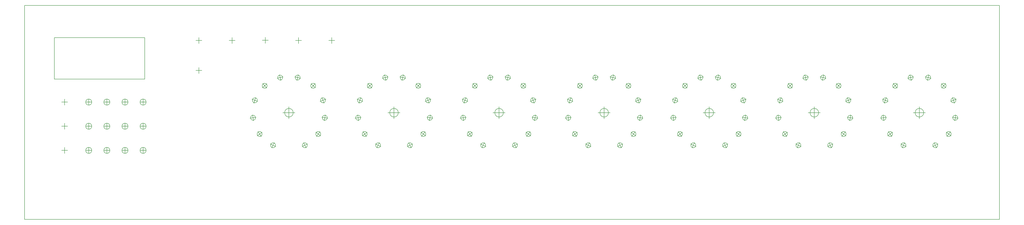
<source format=gbr>
G04 #@! TF.FileFunction,Other,ECO1*
%FSLAX46Y46*%
G04 Gerber Fmt 4.6, Leading zero omitted, Abs format (unit mm)*
G04 Created by KiCad (PCBNEW 4.0.7-e0-6372~58~ubuntu16.10.1) date Thu Feb 21 11:46:00 2019*
%MOMM*%
%LPD*%
G01*
G04 APERTURE LIST*
%ADD10C,0.150000*%
%ADD11C,0.200000*%
G04 APERTURE END LIST*
D10*
D11*
X407000000Y-87000000D02*
X400000000Y-87000000D01*
X407000000Y3000000D02*
X407000000Y-87000000D01*
X-3000000Y-87000000D02*
X400000000Y-87000000D01*
X-3000000Y-84000000D02*
X-3000000Y-87000000D01*
X-3000000Y3000000D02*
X-3000000Y-84000000D01*
X407000000Y3000000D02*
X-3000000Y3000000D01*
X9500000Y-28000000D02*
X9500000Y-10500000D01*
X47500000Y-28000000D02*
X9500000Y-28000000D01*
X47500000Y-10500000D02*
X47500000Y-28000000D01*
X9500000Y-10500000D02*
X47500000Y-10500000D01*
D10*
X13804900Y-57962800D02*
X15074900Y-57962800D01*
X13804900Y-57962800D02*
X13804900Y-59232800D01*
X13804900Y-57962800D02*
X12534900Y-57962800D01*
X13804900Y-57962800D02*
X13804900Y-56692800D01*
X13804900Y-47802800D02*
X15074900Y-47802800D01*
X13804900Y-47802800D02*
X13804900Y-49072800D01*
X13804900Y-47802800D02*
X12534900Y-47802800D01*
X13804900Y-47802800D02*
X13804900Y-46532800D01*
X13804900Y-37642800D02*
X15074900Y-37642800D01*
X13804900Y-37642800D02*
X13804900Y-38912800D01*
X13804900Y-37642800D02*
X12534900Y-37642800D01*
X13804900Y-37642800D02*
X13804900Y-36372800D01*
X112229900Y-11734800D02*
X112229900Y-13004800D01*
X112229900Y-11734800D02*
X110959900Y-11734800D01*
X112229900Y-11734800D02*
X112229900Y-10464800D01*
X112229900Y-11734800D02*
X113499900Y-11734800D01*
X126199900Y-11734800D02*
X126199900Y-13004800D01*
X126199900Y-11734800D02*
X124929900Y-11734800D01*
X126199900Y-11734800D02*
X126199900Y-10464800D01*
X126199900Y-11734800D02*
X127469900Y-11734800D01*
X84289900Y-11734800D02*
X84289900Y-13004800D01*
X84289900Y-11734800D02*
X83019900Y-11734800D01*
X84289900Y-11734800D02*
X84289900Y-10464800D01*
X84289900Y-11734800D02*
X85559900Y-11734800D01*
X98259900Y-11607800D02*
X98259900Y-12877800D01*
X98259900Y-11607800D02*
X96989900Y-11607800D01*
X98259900Y-11607800D02*
X98259900Y-10337800D01*
X98259900Y-11607800D02*
X99529900Y-11607800D01*
X70319900Y-11734800D02*
X71589900Y-11734800D01*
X70319900Y-11734800D02*
X70319900Y-13004800D01*
X70319900Y-11734800D02*
X69049900Y-11734800D01*
X70319900Y-11734800D02*
X70319900Y-10464800D01*
X70319900Y-24307800D02*
X71589900Y-24307800D01*
X70319900Y-24307800D02*
X70319900Y-25577800D01*
X70319900Y-24307800D02*
X69049900Y-24307800D01*
X70319900Y-24307800D02*
X70319900Y-23037800D01*
X373341900Y-42113200D02*
X370801900Y-42113200D01*
X373341900Y-42113200D02*
X375881900Y-42113200D01*
X373341900Y-42113200D02*
X373341900Y-44653200D01*
X373341900Y-42113200D02*
X373341900Y-39573200D01*
X375137951Y-42113200D02*
G75*
G03X375137951Y-42113200I-1796051J0D01*
G01*
X329145900Y-42113200D02*
X326605900Y-42113200D01*
X329145900Y-42113200D02*
X331685900Y-42113200D01*
X329145900Y-42113200D02*
X329145900Y-44653200D01*
X329145900Y-42113200D02*
X329145900Y-39573200D01*
X330941951Y-42113200D02*
G75*
G03X330941951Y-42113200I-1796051J0D01*
G01*
X284949900Y-42113200D02*
X282409900Y-42113200D01*
X284949900Y-42113200D02*
X287489900Y-42113200D01*
X284949900Y-42113200D02*
X284949900Y-44653200D01*
X284949900Y-42113200D02*
X284949900Y-39573200D01*
X286745951Y-42113200D02*
G75*
G03X286745951Y-42113200I-1796051J0D01*
G01*
X240753900Y-42113200D02*
X238213900Y-42113200D01*
X240753900Y-42113200D02*
X243293900Y-42113200D01*
X240753900Y-42113200D02*
X240753900Y-44653200D01*
X240753900Y-42113200D02*
X240753900Y-39573200D01*
X242549951Y-42113200D02*
G75*
G03X242549951Y-42113200I-1796051J0D01*
G01*
X196557900Y-42113200D02*
X194017900Y-42113200D01*
X196557900Y-42113200D02*
X199097900Y-42113200D01*
X196557900Y-42113200D02*
X196557900Y-44653200D01*
X196557900Y-42113200D02*
X196557900Y-39573200D01*
X198353951Y-42113200D02*
G75*
G03X198353951Y-42113200I-1796051J0D01*
G01*
X152361900Y-42113200D02*
X149821900Y-42113200D01*
X152361900Y-42113200D02*
X154901900Y-42113200D01*
X152361900Y-42113200D02*
X152361900Y-44653200D01*
X152361900Y-42113200D02*
X152361900Y-39573200D01*
X154157951Y-42113200D02*
G75*
G03X154157951Y-42113200I-1796051J0D01*
G01*
X108165900Y-42113200D02*
X105625900Y-42113200D01*
X108165900Y-42113200D02*
X110705900Y-42113200D01*
X108165900Y-42113200D02*
X108165900Y-44653200D01*
X108165900Y-42113200D02*
X108165900Y-39573200D01*
X109961951Y-42113200D02*
G75*
G03X109961951Y-42113200I-1796051J0D01*
G01*
X93074215Y-44234198D02*
X91816574Y-44410948D01*
X93074215Y-44234198D02*
X93250964Y-45491839D01*
X93074215Y-44234198D02*
X94331855Y-44057448D01*
X93074215Y-44234198D02*
X92897465Y-42976558D01*
X92897465Y-42976558D02*
X93074215Y-44234198D01*
X94103620Y-44234198D02*
G75*
G03X94103620Y-44234198I-1029405J0D01*
G01*
X111852790Y-27325893D02*
X112160030Y-26093618D01*
X111852790Y-27325893D02*
X110620514Y-27018652D01*
X111852790Y-27325893D02*
X111545549Y-28558169D01*
X111852790Y-27325893D02*
X113085065Y-27633134D01*
X113085065Y-27633134D02*
X111852790Y-27325893D01*
X112882195Y-27325893D02*
G75*
G03X112882195Y-27325893I-1029405J0D01*
G01*
X104479010Y-27325893D02*
X104171770Y-26093618D01*
X104479010Y-27325893D02*
X103246735Y-27633134D01*
X104479010Y-27325893D02*
X104786251Y-28558169D01*
X104479010Y-27325893D02*
X105711286Y-27018652D01*
X105711286Y-27018652D02*
X104479010Y-27325893D01*
X105508416Y-27325893D02*
G75*
G03X105508416Y-27325893I-1029406J0D01*
G01*
X97968350Y-30787673D02*
X97118554Y-29843879D01*
X97968350Y-30787673D02*
X97024556Y-31637469D01*
X97968350Y-30787673D02*
X98818145Y-31731467D01*
X97968350Y-30787673D02*
X98912143Y-29937877D01*
X98912143Y-29937877D02*
X97968350Y-30787673D01*
X98997755Y-30787673D02*
G75*
G03X98997755Y-30787673I-1029405J0D01*
G01*
X93844984Y-36900813D02*
X92651575Y-36466447D01*
X93844984Y-36900813D02*
X93410619Y-38094223D01*
X93844984Y-36900813D02*
X95038394Y-37335179D01*
X93844984Y-36900813D02*
X94279350Y-35707403D01*
X94279350Y-35707403D02*
X93844984Y-36900813D01*
X94874390Y-36900813D02*
G75*
G03X94874390Y-36900813I-1029406J0D01*
G01*
X344237585Y-44234198D02*
X345495226Y-44410948D01*
X344237585Y-44234198D02*
X344414335Y-42976558D01*
X344237585Y-44234198D02*
X342979945Y-44057448D01*
X344237585Y-44234198D02*
X344060836Y-45491839D01*
X344060836Y-45491839D02*
X344237585Y-44234198D01*
X345266990Y-44234198D02*
G75*
G03X345266990Y-44234198I-1029405J0D01*
G01*
X343466816Y-36900813D02*
X344660225Y-36466447D01*
X343466816Y-36900813D02*
X343032450Y-35707403D01*
X343466816Y-36900813D02*
X342273406Y-37335179D01*
X343466816Y-36900813D02*
X343901181Y-38094223D01*
X343901181Y-38094223D02*
X343466816Y-36900813D01*
X344496221Y-36900813D02*
G75*
G03X344496221Y-36900813I-1029405J0D01*
G01*
X363144350Y-30787673D02*
X362294554Y-29843879D01*
X363144350Y-30787673D02*
X362200556Y-31637469D01*
X363144350Y-30787673D02*
X363994145Y-31731467D01*
X363144350Y-30787673D02*
X364088143Y-29937877D01*
X364088143Y-29937877D02*
X363144350Y-30787673D01*
X364173755Y-30787673D02*
G75*
G03X364173755Y-30787673I-1029405J0D01*
G01*
X369655010Y-27325893D02*
X369347770Y-26093618D01*
X369655010Y-27325893D02*
X368422735Y-27633134D01*
X369655010Y-27325893D02*
X369962251Y-28558169D01*
X369655010Y-27325893D02*
X370887286Y-27018652D01*
X370887286Y-27018652D02*
X369655010Y-27325893D01*
X370684416Y-27325893D02*
G75*
G03X370684416Y-27325893I-1029406J0D01*
G01*
X377028790Y-27325893D02*
X377336030Y-26093618D01*
X377028790Y-27325893D02*
X375796514Y-27018652D01*
X377028790Y-27325893D02*
X376721549Y-28558169D01*
X377028790Y-27325893D02*
X378261065Y-27633134D01*
X378261065Y-27633134D02*
X377028790Y-27325893D01*
X378058195Y-27325893D02*
G75*
G03X378058195Y-27325893I-1029405J0D01*
G01*
X383539450Y-30787673D02*
X384389246Y-29843879D01*
X383539450Y-30787673D02*
X382595657Y-29937877D01*
X383539450Y-30787673D02*
X382689655Y-31731467D01*
X383539450Y-30787673D02*
X384483244Y-31637469D01*
X384483244Y-31637469D02*
X383539450Y-30787673D01*
X384568856Y-30787673D02*
G75*
G03X384568856Y-30787673I-1029406J0D01*
G01*
X387662816Y-36900813D02*
X388856225Y-36466447D01*
X387662816Y-36900813D02*
X387228450Y-35707403D01*
X387662816Y-36900813D02*
X386469406Y-37335179D01*
X387662816Y-36900813D02*
X388097181Y-38094223D01*
X388097181Y-38094223D02*
X387662816Y-36900813D01*
X388692221Y-36900813D02*
G75*
G03X388692221Y-36900813I-1029405J0D01*
G01*
X388433585Y-44234198D02*
X389691226Y-44410948D01*
X388433585Y-44234198D02*
X388610335Y-42976558D01*
X388433585Y-44234198D02*
X387175945Y-44057448D01*
X388433585Y-44234198D02*
X388256836Y-45491839D01*
X388256836Y-45491839D02*
X388433585Y-44234198D01*
X389462990Y-44234198D02*
G75*
G03X389462990Y-44234198I-1029405J0D01*
G01*
X299270816Y-36900813D02*
X300464225Y-36466447D01*
X299270816Y-36900813D02*
X298836450Y-35707403D01*
X299270816Y-36900813D02*
X298077406Y-37335179D01*
X299270816Y-36900813D02*
X299705181Y-38094223D01*
X299705181Y-38094223D02*
X299270816Y-36900813D01*
X300300221Y-36900813D02*
G75*
G03X300300221Y-36900813I-1029405J0D01*
G01*
X300041585Y-44234198D02*
X301299226Y-44410948D01*
X300041585Y-44234198D02*
X300218335Y-42976558D01*
X300041585Y-44234198D02*
X298783945Y-44057448D01*
X300041585Y-44234198D02*
X299864836Y-45491839D01*
X299864836Y-45491839D02*
X300041585Y-44234198D01*
X301070990Y-44234198D02*
G75*
G03X301070990Y-44234198I-1029405J0D01*
G01*
X358250215Y-44234198D02*
X356992574Y-44410948D01*
X358250215Y-44234198D02*
X358426964Y-45491839D01*
X358250215Y-44234198D02*
X359507855Y-44057448D01*
X358250215Y-44234198D02*
X358073465Y-42976558D01*
X358073465Y-42976558D02*
X358250215Y-44234198D01*
X359279620Y-44234198D02*
G75*
G03X359279620Y-44234198I-1029405J0D01*
G01*
X359020984Y-36900813D02*
X357827575Y-36466447D01*
X359020984Y-36900813D02*
X358586619Y-38094223D01*
X359020984Y-36900813D02*
X360214394Y-37335179D01*
X359020984Y-36900813D02*
X359455350Y-35707403D01*
X359455350Y-35707403D02*
X359020984Y-36900813D01*
X360050390Y-36900813D02*
G75*
G03X360050390Y-36900813I-1029406J0D01*
G01*
X225662215Y-44234198D02*
X224404574Y-44410948D01*
X225662215Y-44234198D02*
X225838964Y-45491839D01*
X225662215Y-44234198D02*
X226919855Y-44057448D01*
X225662215Y-44234198D02*
X225485465Y-42976558D01*
X225485465Y-42976558D02*
X225662215Y-44234198D01*
X226691620Y-44234198D02*
G75*
G03X226691620Y-44234198I-1029405J0D01*
G01*
X226432984Y-36900813D02*
X225239575Y-36466447D01*
X226432984Y-36900813D02*
X225998619Y-38094223D01*
X226432984Y-36900813D02*
X227626394Y-37335179D01*
X226432984Y-36900813D02*
X226867350Y-35707403D01*
X226867350Y-35707403D02*
X226432984Y-36900813D01*
X227462390Y-36900813D02*
G75*
G03X227462390Y-36900813I-1029406J0D01*
G01*
X237067010Y-27325893D02*
X236759770Y-26093618D01*
X237067010Y-27325893D02*
X235834735Y-27633134D01*
X237067010Y-27325893D02*
X237374251Y-28558169D01*
X237067010Y-27325893D02*
X238299286Y-27018652D01*
X238299286Y-27018652D02*
X237067010Y-27325893D01*
X238096416Y-27325893D02*
G75*
G03X238096416Y-27325893I-1029406J0D01*
G01*
X255074816Y-36900813D02*
X256268225Y-36466447D01*
X255074816Y-36900813D02*
X254640450Y-35707403D01*
X255074816Y-36900813D02*
X253881406Y-37335179D01*
X255074816Y-36900813D02*
X255509181Y-38094223D01*
X255509181Y-38094223D02*
X255074816Y-36900813D01*
X256104221Y-36900813D02*
G75*
G03X256104221Y-36900813I-1029405J0D01*
G01*
X244440790Y-27325893D02*
X244748030Y-26093618D01*
X244440790Y-27325893D02*
X243208514Y-27018652D01*
X244440790Y-27325893D02*
X244133549Y-28558169D01*
X244440790Y-27325893D02*
X245673065Y-27633134D01*
X245673065Y-27633134D02*
X244440790Y-27325893D01*
X245470195Y-27325893D02*
G75*
G03X245470195Y-27325893I-1029405J0D01*
G01*
X250951450Y-30787673D02*
X251801246Y-29843879D01*
X250951450Y-30787673D02*
X250007657Y-29937877D01*
X250951450Y-30787673D02*
X250101655Y-31731467D01*
X250951450Y-30787673D02*
X251895244Y-31637469D01*
X251895244Y-31637469D02*
X250951450Y-30787673D01*
X251980856Y-30787673D02*
G75*
G03X251980856Y-30787673I-1029406J0D01*
G01*
X148675010Y-27325893D02*
X148367770Y-26093618D01*
X148675010Y-27325893D02*
X147442735Y-27633134D01*
X148675010Y-27325893D02*
X148982251Y-28558169D01*
X148675010Y-27325893D02*
X149907286Y-27018652D01*
X149907286Y-27018652D02*
X148675010Y-27325893D01*
X149704416Y-27325893D02*
G75*
G03X149704416Y-27325893I-1029406J0D01*
G01*
X156048790Y-27325893D02*
X156356030Y-26093618D01*
X156048790Y-27325893D02*
X154816514Y-27018652D01*
X156048790Y-27325893D02*
X155741549Y-28558169D01*
X156048790Y-27325893D02*
X157281065Y-27633134D01*
X157281065Y-27633134D02*
X156048790Y-27325893D01*
X157078195Y-27325893D02*
G75*
G03X157078195Y-27325893I-1029405J0D01*
G01*
X162559450Y-30787673D02*
X163409246Y-29843879D01*
X162559450Y-30787673D02*
X161615657Y-29937877D01*
X162559450Y-30787673D02*
X161709655Y-31731467D01*
X162559450Y-30787673D02*
X163503244Y-31637469D01*
X163503244Y-31637469D02*
X162559450Y-30787673D01*
X163588856Y-30787673D02*
G75*
G03X163588856Y-30787673I-1029406J0D01*
G01*
X166682816Y-36900813D02*
X167876225Y-36466447D01*
X166682816Y-36900813D02*
X166248450Y-35707403D01*
X166682816Y-36900813D02*
X165489406Y-37335179D01*
X166682816Y-36900813D02*
X167117181Y-38094223D01*
X167117181Y-38094223D02*
X166682816Y-36900813D01*
X167712221Y-36900813D02*
G75*
G03X167712221Y-36900813I-1029405J0D01*
G01*
X167453585Y-44234198D02*
X168711226Y-44410948D01*
X167453585Y-44234198D02*
X167630335Y-42976558D01*
X167453585Y-44234198D02*
X166195945Y-44057448D01*
X167453585Y-44234198D02*
X167276836Y-45491839D01*
X167276836Y-45491839D02*
X167453585Y-44234198D01*
X168482990Y-44234198D02*
G75*
G03X168482990Y-44234198I-1029405J0D01*
G01*
X142164350Y-30787673D02*
X141314554Y-29843879D01*
X142164350Y-30787673D02*
X141220556Y-31637469D01*
X142164350Y-30787673D02*
X143014145Y-31731467D01*
X142164350Y-30787673D02*
X143108143Y-29937877D01*
X143108143Y-29937877D02*
X142164350Y-30787673D01*
X143193755Y-30787673D02*
G75*
G03X143193755Y-30787673I-1029405J0D01*
G01*
X200244790Y-27325893D02*
X200552030Y-26093618D01*
X200244790Y-27325893D02*
X199012514Y-27018652D01*
X200244790Y-27325893D02*
X199937549Y-28558169D01*
X200244790Y-27325893D02*
X201477065Y-27633134D01*
X201477065Y-27633134D02*
X200244790Y-27325893D01*
X201274195Y-27325893D02*
G75*
G03X201274195Y-27325893I-1029405J0D01*
G01*
X206755450Y-30787673D02*
X207605246Y-29843879D01*
X206755450Y-30787673D02*
X205811657Y-29937877D01*
X206755450Y-30787673D02*
X205905655Y-31731467D01*
X206755450Y-30787673D02*
X207699244Y-31637469D01*
X207699244Y-31637469D02*
X206755450Y-30787673D01*
X207784856Y-30787673D02*
G75*
G03X207784856Y-30787673I-1029406J0D01*
G01*
X138040984Y-36900813D02*
X136847575Y-36466447D01*
X138040984Y-36900813D02*
X137606619Y-38094223D01*
X138040984Y-36900813D02*
X139234394Y-37335179D01*
X138040984Y-36900813D02*
X138475350Y-35707403D01*
X138475350Y-35707403D02*
X138040984Y-36900813D01*
X139070390Y-36900813D02*
G75*
G03X139070390Y-36900813I-1029406J0D01*
G01*
X210878816Y-36900813D02*
X212072225Y-36466447D01*
X210878816Y-36900813D02*
X210444450Y-35707403D01*
X210878816Y-36900813D02*
X209685406Y-37335179D01*
X210878816Y-36900813D02*
X211313181Y-38094223D01*
X211313181Y-38094223D02*
X210878816Y-36900813D01*
X211908221Y-36900813D02*
G75*
G03X211908221Y-36900813I-1029405J0D01*
G01*
X295147450Y-30787673D02*
X295997246Y-29843879D01*
X295147450Y-30787673D02*
X294203657Y-29937877D01*
X295147450Y-30787673D02*
X294297655Y-31731467D01*
X295147450Y-30787673D02*
X296091244Y-31637469D01*
X296091244Y-31637469D02*
X295147450Y-30787673D01*
X296176856Y-30787673D02*
G75*
G03X296176856Y-30787673I-1029406J0D01*
G01*
X269858215Y-44234198D02*
X268600574Y-44410948D01*
X269858215Y-44234198D02*
X270034964Y-45491839D01*
X269858215Y-44234198D02*
X271115855Y-44057448D01*
X269858215Y-44234198D02*
X269681465Y-42976558D01*
X269681465Y-42976558D02*
X269858215Y-44234198D01*
X270887620Y-44234198D02*
G75*
G03X270887620Y-44234198I-1029405J0D01*
G01*
X270628984Y-36900813D02*
X269435575Y-36466447D01*
X270628984Y-36900813D02*
X270194619Y-38094223D01*
X270628984Y-36900813D02*
X271822394Y-37335179D01*
X270628984Y-36900813D02*
X271063350Y-35707403D01*
X271063350Y-35707403D02*
X270628984Y-36900813D01*
X271658390Y-36900813D02*
G75*
G03X271658390Y-36900813I-1029406J0D01*
G01*
X274752350Y-30787673D02*
X273902554Y-29843879D01*
X274752350Y-30787673D02*
X273808556Y-31637469D01*
X274752350Y-30787673D02*
X275602145Y-31731467D01*
X274752350Y-30787673D02*
X275696143Y-29937877D01*
X275696143Y-29937877D02*
X274752350Y-30787673D01*
X275781755Y-30787673D02*
G75*
G03X275781755Y-30787673I-1029405J0D01*
G01*
X137270215Y-44234198D02*
X136012574Y-44410948D01*
X137270215Y-44234198D02*
X137446964Y-45491839D01*
X137270215Y-44234198D02*
X138527855Y-44057448D01*
X137270215Y-44234198D02*
X137093465Y-42976558D01*
X137093465Y-42976558D02*
X137270215Y-44234198D01*
X138299620Y-44234198D02*
G75*
G03X138299620Y-44234198I-1029405J0D01*
G01*
X281263010Y-27325893D02*
X280955770Y-26093618D01*
X281263010Y-27325893D02*
X280030735Y-27633134D01*
X281263010Y-27325893D02*
X281570251Y-28558169D01*
X281263010Y-27325893D02*
X282495286Y-27018652D01*
X282495286Y-27018652D02*
X281263010Y-27325893D01*
X282292416Y-27325893D02*
G75*
G03X282292416Y-27325893I-1029406J0D01*
G01*
X288636790Y-27325893D02*
X288944030Y-26093618D01*
X288636790Y-27325893D02*
X287404514Y-27018652D01*
X288636790Y-27325893D02*
X288329549Y-28558169D01*
X288636790Y-27325893D02*
X289869065Y-27633134D01*
X289869065Y-27633134D02*
X288636790Y-27325893D01*
X289666195Y-27325893D02*
G75*
G03X289666195Y-27325893I-1029405J0D01*
G01*
X211649585Y-44234198D02*
X212907226Y-44410948D01*
X211649585Y-44234198D02*
X211826335Y-42976558D01*
X211649585Y-44234198D02*
X210391945Y-44057448D01*
X211649585Y-44234198D02*
X211472836Y-45491839D01*
X211472836Y-45491839D02*
X211649585Y-44234198D01*
X212678990Y-44234198D02*
G75*
G03X212678990Y-44234198I-1029405J0D01*
G01*
X332832790Y-27325893D02*
X333140030Y-26093618D01*
X332832790Y-27325893D02*
X331600514Y-27018652D01*
X332832790Y-27325893D02*
X332525549Y-28558169D01*
X332832790Y-27325893D02*
X334065065Y-27633134D01*
X334065065Y-27633134D02*
X332832790Y-27325893D01*
X333862195Y-27325893D02*
G75*
G03X333862195Y-27325893I-1029405J0D01*
G01*
X255845585Y-44234198D02*
X257103226Y-44410948D01*
X255845585Y-44234198D02*
X256022335Y-42976558D01*
X255845585Y-44234198D02*
X254587945Y-44057448D01*
X255845585Y-44234198D02*
X255668836Y-45491839D01*
X255668836Y-45491839D02*
X255845585Y-44234198D01*
X256874990Y-44234198D02*
G75*
G03X256874990Y-44234198I-1029405J0D01*
G01*
X186360350Y-30787673D02*
X185510554Y-29843879D01*
X186360350Y-30787673D02*
X185416556Y-31637469D01*
X186360350Y-30787673D02*
X187210145Y-31731467D01*
X186360350Y-30787673D02*
X187304143Y-29937877D01*
X187304143Y-29937877D02*
X186360350Y-30787673D01*
X187389755Y-30787673D02*
G75*
G03X187389755Y-30787673I-1029405J0D01*
G01*
X314054215Y-44234198D02*
X312796574Y-44410948D01*
X314054215Y-44234198D02*
X314230964Y-45491839D01*
X314054215Y-44234198D02*
X315311855Y-44057448D01*
X314054215Y-44234198D02*
X313877465Y-42976558D01*
X313877465Y-42976558D02*
X314054215Y-44234198D01*
X315083620Y-44234198D02*
G75*
G03X315083620Y-44234198I-1029405J0D01*
G01*
X339343450Y-30787673D02*
X340193246Y-29843879D01*
X339343450Y-30787673D02*
X338399657Y-29937877D01*
X339343450Y-30787673D02*
X338493655Y-31731467D01*
X339343450Y-30787673D02*
X340287244Y-31637469D01*
X340287244Y-31637469D02*
X339343450Y-30787673D01*
X340372856Y-30787673D02*
G75*
G03X340372856Y-30787673I-1029406J0D01*
G01*
X314824984Y-36900813D02*
X313631575Y-36466447D01*
X314824984Y-36900813D02*
X314390619Y-38094223D01*
X314824984Y-36900813D02*
X316018394Y-37335179D01*
X314824984Y-36900813D02*
X315259350Y-35707403D01*
X315259350Y-35707403D02*
X314824984Y-36900813D01*
X315854390Y-36900813D02*
G75*
G03X315854390Y-36900813I-1029406J0D01*
G01*
X318948350Y-30787673D02*
X318098554Y-29843879D01*
X318948350Y-30787673D02*
X318004556Y-31637469D01*
X318948350Y-30787673D02*
X319798145Y-31731467D01*
X318948350Y-30787673D02*
X319892143Y-29937877D01*
X319892143Y-29937877D02*
X318948350Y-30787673D01*
X319977755Y-30787673D02*
G75*
G03X319977755Y-30787673I-1029405J0D01*
G01*
X325459010Y-27325893D02*
X325151770Y-26093618D01*
X325459010Y-27325893D02*
X324226735Y-27633134D01*
X325459010Y-27325893D02*
X325766251Y-28558169D01*
X325459010Y-27325893D02*
X326691286Y-27018652D01*
X326691286Y-27018652D02*
X325459010Y-27325893D01*
X326488416Y-27325893D02*
G75*
G03X326488416Y-27325893I-1029406J0D01*
G01*
X230556350Y-30787673D02*
X229706554Y-29843879D01*
X230556350Y-30787673D02*
X229612556Y-31637469D01*
X230556350Y-30787673D02*
X231406145Y-31731467D01*
X230556350Y-30787673D02*
X231500143Y-29937877D01*
X231500143Y-29937877D02*
X230556350Y-30787673D01*
X231585755Y-30787673D02*
G75*
G03X231585755Y-30787673I-1029405J0D01*
G01*
X118363450Y-30787673D02*
X119213246Y-29843879D01*
X118363450Y-30787673D02*
X117419657Y-29937877D01*
X118363450Y-30787673D02*
X117513655Y-31731467D01*
X118363450Y-30787673D02*
X119307244Y-31637469D01*
X119307244Y-31637469D02*
X118363450Y-30787673D01*
X119392856Y-30787673D02*
G75*
G03X119392856Y-30787673I-1029406J0D01*
G01*
X122486816Y-36900813D02*
X123680225Y-36466447D01*
X122486816Y-36900813D02*
X122052450Y-35707403D01*
X122486816Y-36900813D02*
X121293406Y-37335179D01*
X122486816Y-36900813D02*
X122921181Y-38094223D01*
X122921181Y-38094223D02*
X122486816Y-36900813D01*
X123516221Y-36900813D02*
G75*
G03X123516221Y-36900813I-1029405J0D01*
G01*
X123257585Y-44234198D02*
X124515226Y-44410948D01*
X123257585Y-44234198D02*
X123434335Y-42976558D01*
X123257585Y-44234198D02*
X121999945Y-44057448D01*
X123257585Y-44234198D02*
X123080836Y-45491839D01*
X123080836Y-45491839D02*
X123257585Y-44234198D01*
X124286990Y-44234198D02*
G75*
G03X124286990Y-44234198I-1029405J0D01*
G01*
X181466215Y-44234198D02*
X180208574Y-44410948D01*
X181466215Y-44234198D02*
X181642964Y-45491839D01*
X181466215Y-44234198D02*
X182723855Y-44057448D01*
X181466215Y-44234198D02*
X181289465Y-42976558D01*
X181289465Y-42976558D02*
X181466215Y-44234198D01*
X182495620Y-44234198D02*
G75*
G03X182495620Y-44234198I-1029405J0D01*
G01*
X182236984Y-36900813D02*
X181043575Y-36466447D01*
X182236984Y-36900813D02*
X181802619Y-38094223D01*
X182236984Y-36900813D02*
X183430394Y-37335179D01*
X182236984Y-36900813D02*
X182671350Y-35707403D01*
X182671350Y-35707403D02*
X182236984Y-36900813D01*
X183266390Y-36900813D02*
G75*
G03X183266390Y-36900813I-1029406J0D01*
G01*
X192871010Y-27325893D02*
X192563770Y-26093618D01*
X192871010Y-27325893D02*
X191638735Y-27633134D01*
X192871010Y-27325893D02*
X193178251Y-28558169D01*
X192871010Y-27325893D02*
X194103286Y-27018652D01*
X194103286Y-27018652D02*
X192871010Y-27325893D01*
X193900416Y-27325893D02*
G75*
G03X193900416Y-27325893I-1029406J0D01*
G01*
X247434676Y-55810821D02*
X246877945Y-54669353D01*
X247434676Y-55810821D02*
X246293208Y-56367553D01*
X247434676Y-55810821D02*
X248576145Y-55254090D01*
X247434676Y-55810821D02*
X247991408Y-56952290D01*
X248464082Y-55810821D02*
G75*
G03X248464082Y-55810821I-1029406J0D01*
G01*
X335826676Y-55810821D02*
X335269945Y-54669353D01*
X335826676Y-55810821D02*
X334685208Y-56367553D01*
X335826676Y-55810821D02*
X336968145Y-55254090D01*
X335826676Y-55810821D02*
X336383408Y-56952290D01*
X336856082Y-55810821D02*
G75*
G03X336856082Y-55810821I-1029406J0D01*
G01*
X341475319Y-51071047D02*
X340447867Y-50324560D01*
X341475319Y-51071047D02*
X340728832Y-52098499D01*
X341475319Y-51071047D02*
X342221806Y-50043596D01*
X341475319Y-51071047D02*
X342502771Y-51817535D01*
X342504724Y-51071047D02*
G75*
G03X342504724Y-51071047I-1029405J0D01*
G01*
X385671319Y-51071047D02*
X384643867Y-50324560D01*
X385671319Y-51071047D02*
X384924832Y-52098499D01*
X385671319Y-51071047D02*
X386417806Y-50043596D01*
X385671319Y-51071047D02*
X386698771Y-51817535D01*
X386700724Y-51071047D02*
G75*
G03X386700724Y-51071047I-1029405J0D01*
G01*
X380022676Y-55810821D02*
X379465945Y-54669353D01*
X380022676Y-55810821D02*
X378881208Y-56367553D01*
X380022676Y-55810821D02*
X381164145Y-55254090D01*
X380022676Y-55810821D02*
X380579408Y-56952290D01*
X381052082Y-55810821D02*
G75*
G03X381052082Y-55810821I-1029406J0D01*
G01*
X140032481Y-51071047D02*
X141059933Y-50324560D01*
X140032481Y-51071047D02*
X139285994Y-50043596D01*
X140032481Y-51071047D02*
X140778968Y-52098499D01*
X140032481Y-51071047D02*
X139005029Y-51817535D01*
X141061887Y-51071047D02*
G75*
G03X141061887Y-51071047I-1029406J0D01*
G01*
X297279319Y-51071047D02*
X296251867Y-50324560D01*
X297279319Y-51071047D02*
X296532832Y-52098499D01*
X297279319Y-51071047D02*
X298025806Y-50043596D01*
X297279319Y-51071047D02*
X298306771Y-51817535D01*
X298308724Y-51071047D02*
G75*
G03X298308724Y-51071047I-1029405J0D01*
G01*
X291630676Y-55810821D02*
X291073945Y-54669353D01*
X291630676Y-55810821D02*
X290489208Y-56367553D01*
X291630676Y-55810821D02*
X292772145Y-55254090D01*
X291630676Y-55810821D02*
X292187408Y-56952290D01*
X292660082Y-55810821D02*
G75*
G03X292660082Y-55810821I-1029406J0D01*
G01*
X366661124Y-55810821D02*
X367217855Y-54669353D01*
X366661124Y-55810821D02*
X365519655Y-55254090D01*
X366661124Y-55810821D02*
X367802592Y-56367553D01*
X366661124Y-55810821D02*
X366104392Y-56952290D01*
X367690529Y-55810821D02*
G75*
G03X367690529Y-55810821I-1029405J0D01*
G01*
X361012481Y-51071047D02*
X362039933Y-50324560D01*
X361012481Y-51071047D02*
X360265994Y-50043596D01*
X361012481Y-51071047D02*
X361758968Y-52098499D01*
X361012481Y-51071047D02*
X359985029Y-51817535D01*
X362041887Y-51071047D02*
G75*
G03X362041887Y-51071047I-1029406J0D01*
G01*
X145681124Y-55810821D02*
X146237855Y-54669353D01*
X145681124Y-55810821D02*
X144539655Y-55254090D01*
X145681124Y-55810821D02*
X146822592Y-56367553D01*
X145681124Y-55810821D02*
X145124392Y-56952290D01*
X146710529Y-55810821D02*
G75*
G03X146710529Y-55810821I-1029405J0D01*
G01*
X159042676Y-55810821D02*
X158485945Y-54669353D01*
X159042676Y-55810821D02*
X157901208Y-56367553D01*
X159042676Y-55810821D02*
X160184145Y-55254090D01*
X159042676Y-55810821D02*
X159599408Y-56952290D01*
X160072082Y-55810821D02*
G75*
G03X160072082Y-55810821I-1029406J0D01*
G01*
X234073124Y-55810821D02*
X234629855Y-54669353D01*
X234073124Y-55810821D02*
X232931655Y-55254090D01*
X234073124Y-55810821D02*
X235214592Y-56367553D01*
X234073124Y-55810821D02*
X233516392Y-56952290D01*
X235102529Y-55810821D02*
G75*
G03X235102529Y-55810821I-1029405J0D01*
G01*
X228424481Y-51071047D02*
X229451933Y-50324560D01*
X228424481Y-51071047D02*
X227677994Y-50043596D01*
X228424481Y-51071047D02*
X229170968Y-52098499D01*
X228424481Y-51071047D02*
X227397029Y-51817535D01*
X229453887Y-51071047D02*
G75*
G03X229453887Y-51071047I-1029406J0D01*
G01*
X164691319Y-51071047D02*
X163663867Y-50324560D01*
X164691319Y-51071047D02*
X163944832Y-52098499D01*
X164691319Y-51071047D02*
X165437806Y-50043596D01*
X164691319Y-51071047D02*
X165718771Y-51817535D01*
X165720724Y-51071047D02*
G75*
G03X165720724Y-51071047I-1029405J0D01*
G01*
X208887319Y-51071047D02*
X207859867Y-50324560D01*
X208887319Y-51071047D02*
X208140832Y-52098499D01*
X208887319Y-51071047D02*
X209633806Y-50043596D01*
X208887319Y-51071047D02*
X209914771Y-51817535D01*
X209916724Y-51071047D02*
G75*
G03X209916724Y-51071047I-1029405J0D01*
G01*
X203238676Y-55810821D02*
X202681945Y-54669353D01*
X203238676Y-55810821D02*
X202097208Y-56367553D01*
X203238676Y-55810821D02*
X204380145Y-55254090D01*
X203238676Y-55810821D02*
X203795408Y-56952290D01*
X204268082Y-55810821D02*
G75*
G03X204268082Y-55810821I-1029406J0D01*
G01*
X278269124Y-55810821D02*
X278825855Y-54669353D01*
X278269124Y-55810821D02*
X277127655Y-55254090D01*
X278269124Y-55810821D02*
X279410592Y-56367553D01*
X278269124Y-55810821D02*
X277712392Y-56952290D01*
X279298529Y-55810821D02*
G75*
G03X279298529Y-55810821I-1029405J0D01*
G01*
X272620481Y-51071047D02*
X273647933Y-50324560D01*
X272620481Y-51071047D02*
X271873994Y-50043596D01*
X272620481Y-51071047D02*
X273366968Y-52098499D01*
X272620481Y-51071047D02*
X271593029Y-51817535D01*
X273649887Y-51071047D02*
G75*
G03X273649887Y-51071047I-1029406J0D01*
G01*
X253083319Y-51071047D02*
X252055867Y-50324560D01*
X253083319Y-51071047D02*
X252336832Y-52098499D01*
X253083319Y-51071047D02*
X253829806Y-50043596D01*
X253083319Y-51071047D02*
X254110771Y-51817535D01*
X254112724Y-51071047D02*
G75*
G03X254112724Y-51071047I-1029405J0D01*
G01*
X316816481Y-51071047D02*
X317843933Y-50324560D01*
X316816481Y-51071047D02*
X316069994Y-50043596D01*
X316816481Y-51071047D02*
X317562968Y-52098499D01*
X316816481Y-51071047D02*
X315789029Y-51817535D01*
X317845887Y-51071047D02*
G75*
G03X317845887Y-51071047I-1029406J0D01*
G01*
X322465124Y-55810821D02*
X323021855Y-54669353D01*
X322465124Y-55810821D02*
X321323655Y-55254090D01*
X322465124Y-55810821D02*
X323606592Y-56367553D01*
X322465124Y-55810821D02*
X321908392Y-56952290D01*
X323494529Y-55810821D02*
G75*
G03X323494529Y-55810821I-1029405J0D01*
G01*
X189877124Y-55810821D02*
X190433855Y-54669353D01*
X189877124Y-55810821D02*
X188735655Y-55254090D01*
X189877124Y-55810821D02*
X191018592Y-56367553D01*
X189877124Y-55810821D02*
X189320392Y-56952290D01*
X190906529Y-55810821D02*
G75*
G03X190906529Y-55810821I-1029405J0D01*
G01*
X184228481Y-51071047D02*
X185255933Y-50324560D01*
X184228481Y-51071047D02*
X183481994Y-50043596D01*
X184228481Y-51071047D02*
X184974968Y-52098499D01*
X184228481Y-51071047D02*
X183201029Y-51817535D01*
X185257887Y-51071047D02*
G75*
G03X185257887Y-51071047I-1029406J0D01*
G01*
X101485124Y-55810821D02*
X102041855Y-54669353D01*
X101485124Y-55810821D02*
X100343655Y-55254090D01*
X101485124Y-55810821D02*
X102626592Y-56367553D01*
X101485124Y-55810821D02*
X100928392Y-56952290D01*
X102514529Y-55810821D02*
G75*
G03X102514529Y-55810821I-1029405J0D01*
G01*
X95836481Y-51071047D02*
X96863933Y-50324560D01*
X95836481Y-51071047D02*
X95089994Y-50043596D01*
X95836481Y-51071047D02*
X96582968Y-52098499D01*
X95836481Y-51071047D02*
X94809029Y-51817535D01*
X96865887Y-51071047D02*
G75*
G03X96865887Y-51071047I-1029406J0D01*
G01*
X120495319Y-51071047D02*
X119467867Y-50324560D01*
X120495319Y-51071047D02*
X119748832Y-52098499D01*
X120495319Y-51071047D02*
X121241806Y-50043596D01*
X120495319Y-51071047D02*
X121522771Y-51817535D01*
X121524724Y-51071047D02*
G75*
G03X121524724Y-51071047I-1029405J0D01*
G01*
X114846676Y-55810821D02*
X114289945Y-54669353D01*
X114846676Y-55810821D02*
X113705208Y-56367553D01*
X114846676Y-55810821D02*
X115988145Y-55254090D01*
X114846676Y-55810821D02*
X115403408Y-56952290D01*
X115876082Y-55810821D02*
G75*
G03X115876082Y-55810821I-1029406J0D01*
G01*
X46824900Y-37642800D02*
X46824900Y-36372800D01*
X46824900Y-37642800D02*
X45554900Y-37642800D01*
X46824900Y-37642800D02*
X46824900Y-38912800D01*
X46824900Y-37642800D02*
X48094900Y-37642800D01*
X48094900Y-37642800D02*
G75*
G03X48094900Y-37642800I-1270000J0D01*
G01*
X39204900Y-37642800D02*
X39204900Y-36372800D01*
X39204900Y-37642800D02*
X37934900Y-37642800D01*
X39204900Y-37642800D02*
X39204900Y-38912800D01*
X39204900Y-37642800D02*
X40474900Y-37642800D01*
X40474900Y-37642800D02*
G75*
G03X40474900Y-37642800I-1270000J0D01*
G01*
X31584900Y-37642800D02*
X31584900Y-36372800D01*
X31584900Y-37642800D02*
X30314900Y-37642800D01*
X31584900Y-37642800D02*
X31584900Y-38912800D01*
X31584900Y-37642800D02*
X32854900Y-37642800D01*
X32854900Y-37642800D02*
G75*
G03X32854900Y-37642800I-1270000J0D01*
G01*
X23964900Y-37642800D02*
X23964900Y-36372800D01*
X23964900Y-37642800D02*
X22694900Y-37642800D01*
X23964900Y-37642800D02*
X23964900Y-38912800D01*
X23964900Y-37642800D02*
X25234900Y-37642800D01*
X25234900Y-37642800D02*
G75*
G03X25234900Y-37642800I-1270000J0D01*
G01*
X46824900Y-47802800D02*
X46824900Y-46532800D01*
X46824900Y-47802800D02*
X45554900Y-47802800D01*
X46824900Y-47802800D02*
X46824900Y-49072800D01*
X46824900Y-47802800D02*
X48094900Y-47802800D01*
X48094900Y-47802800D02*
G75*
G03X48094900Y-47802800I-1270000J0D01*
G01*
X39204900Y-47802800D02*
X39204900Y-46532800D01*
X39204900Y-47802800D02*
X37934900Y-47802800D01*
X39204900Y-47802800D02*
X39204900Y-49072800D01*
X39204900Y-47802800D02*
X40474900Y-47802800D01*
X40474900Y-47802800D02*
G75*
G03X40474900Y-47802800I-1270000J0D01*
G01*
X31584900Y-47802800D02*
X31584900Y-46532800D01*
X31584900Y-47802800D02*
X30314900Y-47802800D01*
X31584900Y-47802800D02*
X31584900Y-49072800D01*
X31584900Y-47802800D02*
X32854900Y-47802800D01*
X32854900Y-47802800D02*
G75*
G03X32854900Y-47802800I-1270000J0D01*
G01*
X23964900Y-47802800D02*
X23964900Y-46532800D01*
X23964900Y-47802800D02*
X22694900Y-47802800D01*
X23964900Y-47802800D02*
X23964900Y-49072800D01*
X23964900Y-47802800D02*
X25234900Y-47802800D01*
X25234900Y-47802800D02*
G75*
G03X25234900Y-47802800I-1270000J0D01*
G01*
X46824900Y-57962800D02*
X46824900Y-59232800D01*
X46824900Y-57962800D02*
X48094900Y-57962800D01*
X46824900Y-57962800D02*
X46824900Y-56692800D01*
X46824900Y-57962800D02*
X45554900Y-57962800D01*
X48094900Y-57962800D02*
G75*
G03X48094900Y-57962800I-1270000J0D01*
G01*
X39204900Y-57962800D02*
X39204900Y-59232800D01*
X39204900Y-57962800D02*
X40474900Y-57962800D01*
X39204900Y-57962800D02*
X39204900Y-56692800D01*
X39204900Y-57962800D02*
X37934900Y-57962800D01*
X40474900Y-57962800D02*
G75*
G03X40474900Y-57962800I-1270000J0D01*
G01*
X31584900Y-57962800D02*
X31584900Y-59232800D01*
X31584900Y-57962800D02*
X32854900Y-57962800D01*
X31584900Y-57962800D02*
X31584900Y-56692800D01*
X31584900Y-57962800D02*
X30314900Y-57962800D01*
X32854900Y-57962800D02*
G75*
G03X32854900Y-57962800I-1270000J0D01*
G01*
X23964900Y-57962800D02*
X23964900Y-59232800D01*
X23964900Y-57962800D02*
X25234900Y-57962800D01*
X23964900Y-57962800D02*
X23964900Y-56692800D01*
X23964900Y-57962800D02*
X22694900Y-57962800D01*
X25234900Y-57962800D02*
G75*
G03X25234900Y-57962800I-1270000J0D01*
G01*
M02*

</source>
